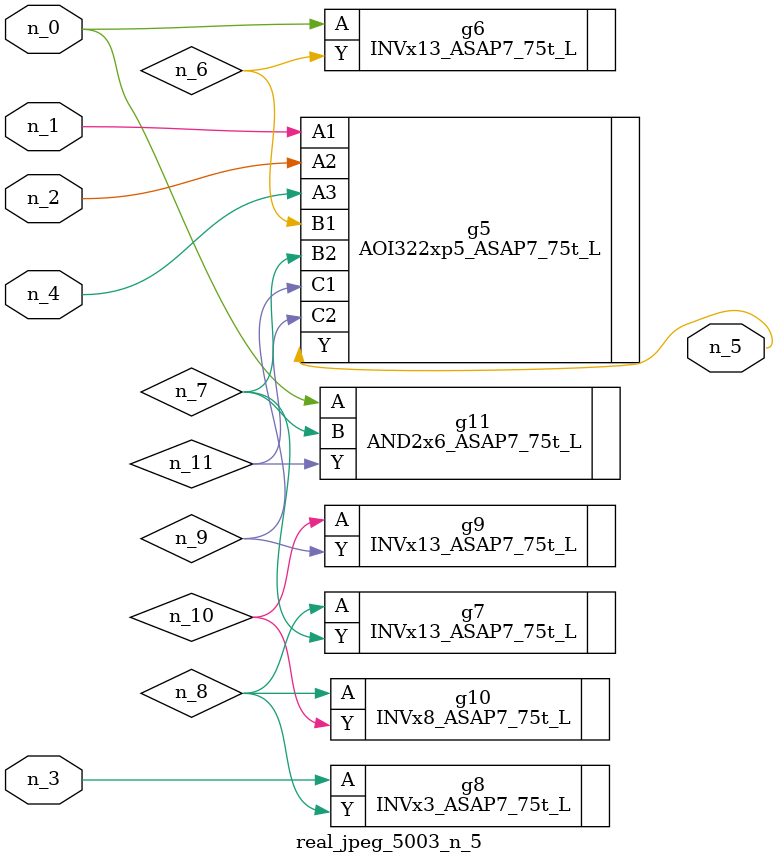
<source format=v>
module real_jpeg_5003_n_5 (n_4, n_0, n_1, n_2, n_3, n_5);

input n_4;
input n_0;
input n_1;
input n_2;
input n_3;

output n_5;

wire n_8;
wire n_11;
wire n_6;
wire n_7;
wire n_10;
wire n_9;

INVx13_ASAP7_75t_L g6 ( 
.A(n_0),
.Y(n_6)
);

AND2x6_ASAP7_75t_L g11 ( 
.A(n_0),
.B(n_7),
.Y(n_11)
);

AOI322xp5_ASAP7_75t_L g5 ( 
.A1(n_1),
.A2(n_2),
.A3(n_4),
.B1(n_6),
.B2(n_7),
.C1(n_9),
.C2(n_11),
.Y(n_5)
);

INVx3_ASAP7_75t_L g8 ( 
.A(n_3),
.Y(n_8)
);

INVx13_ASAP7_75t_L g7 ( 
.A(n_8),
.Y(n_7)
);

INVx8_ASAP7_75t_L g10 ( 
.A(n_8),
.Y(n_10)
);

INVx13_ASAP7_75t_L g9 ( 
.A(n_10),
.Y(n_9)
);


endmodule
</source>
